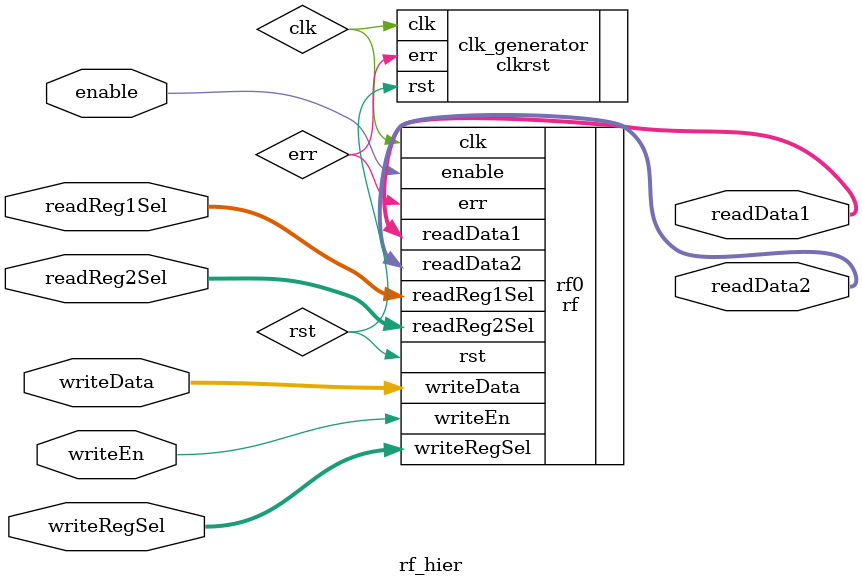
<source format=v>
/*
   CS/ECE 552, Spring '19
   Homework #5, Problem #1
  
   Wrapper module around 8x16b register file.

   YOU SHALL NOT EDIT THIS FILE. ANY CHANGES TO THIS FILE WILL
   RESULT IN ZERO FOR THIS PROBLEM.
*/
module rf_hier (
                // Outputs
                readData1, readData2, 
                // Inputs
                readReg1Sel, readReg2Sel, writeRegSel, writeData, writeEn, enable
                );

   input [2:0]  readReg1Sel;
   input [2:0]  readReg2Sel;
   input [2:0]  writeRegSel;
   input [15:0] writeData;
   input        writeEn;
   input enable;

   output [15:0] readData1;
   output [15:0] readData2;

   wire          clk, rst;
   wire          err;

   // Ignore err for now
   clkrst clk_generator(.clk(clk), .rst(rst), .err(err) );
   rf rf0(
          // Outputs
          .readData1                    (readData1[15:0]),
          .readData2                    (readData2[15:0]),
          .err                          (err),
          // Inputs
          .clk                          (clk),
          .rst                          (rst),
          .readReg1Sel                  (readReg1Sel[2:0]),
          .readReg2Sel                  (readReg2Sel[2:0]),
          .writeRegSel                  (writeRegSel[2:0]),
          .writeData                    (writeData[15:0]),
          .writeEn                      (writeEn),
          .enable                       (enable));

endmodule

</source>
